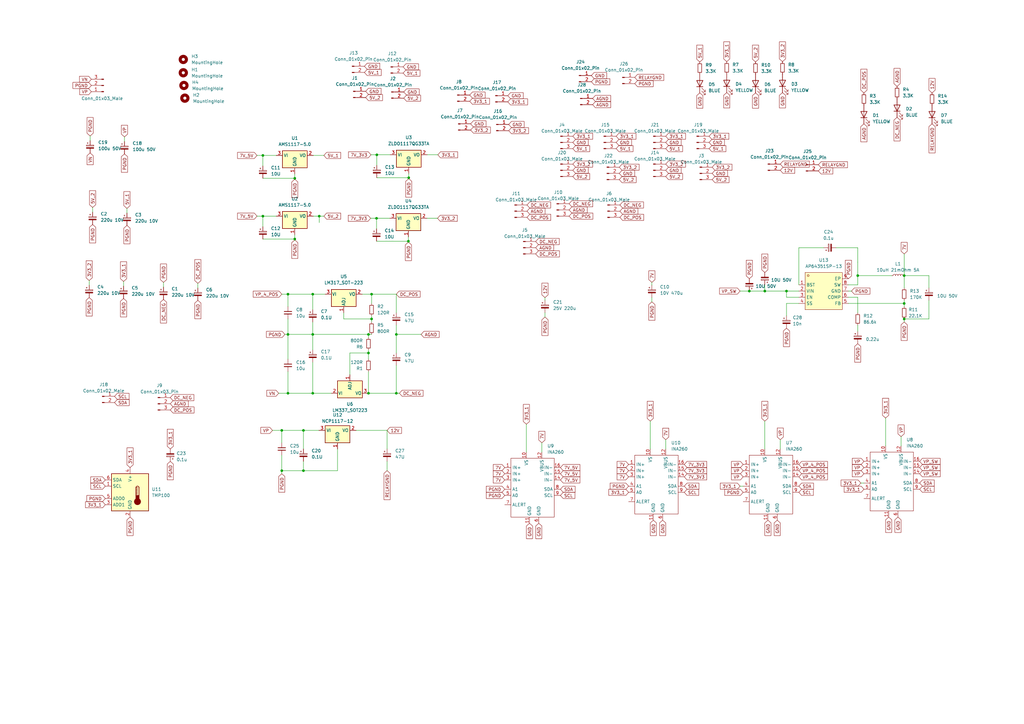
<source format=kicad_sch>
(kicad_sch (version 20231120) (generator "eeschema") (generator_version "8.0")
  (paper "A3")
  (junction (at 313.69 119.38))
  (junction (at 370.84 130.81))
  (junction (at 118.11 161.29))
  (junction (at 152.4 130.81))
  (junction (at 370.84 113.03))
  (junction (at 151.13 144.78))
  (junction (at 154.559 63.5))
  (junction (at 115.57 176.53))
  (junction (at 152.4 120.65))
  (junction (at 370.84 124.46))
  (junction (at 130.937 88.646))
  (junction (at 151.13 137.16))
  (junction (at 128.27 120.65))
  (junction (at 154.432 89.535))
  (junction (at 351.79 113.03))
  (junction (at 162.56 137.16))
  (junction (at 167.513 98.933))
  (junction (at 128.27 161.29))
  (junction (at 124.46 176.53))
  (junction (at 107.823 88.646))
  (junction (at 167.64 72.898))
  (junction (at 118.11 120.65))
  (junction (at 151.13 161.29))
  (junction (at 162.56 161.29))
  (junction (at 322.58 119.38))
  (junction (at 115.57 193.04))
  (junction (at 128.27 137.16))
  (junction (at 307.34 119.38))
  (junction (at 124.46 193.04))
  (junction (at 120.904 98.044))
  (junction (at 118.11 137.16))
  (junction (at 120.904 73.152))
  (junction (at 107.823 63.754))
  (wire (pts (xy 107.823 88.646) (xy 113.284 88.646)))
  (wire (pts (xy 175.133 89.535) (xy 179.451 89.535)))
  (wire (pts (xy 130.937 88.646) (xy 128.524 88.646)))
  (wire (pts (xy 322.58 119.38) (xy 327.66 119.38)))
  (wire (pts (xy 124.46 176.53) (xy 130.81 176.53)))
  (wire (pts (xy 118.11 137.16) (xy 128.27 137.16)))
  (wire (pts (xy 347.98 116.84) (xy 351.79 116.84)))
  (wire (pts (xy 118.11 147.32) (xy 118.11 137.16)))
  (wire (pts (xy 36.576 115.062) (xy 36.576 116.967)))
  (wire (pts (xy 124.46 184.15) (xy 124.46 176.53)))
  (wire (pts (xy 152.4 130.81) (xy 152.4 132.08)))
  (wire (pts (xy 152.4 129.54) (xy 152.4 130.81)))
  (wire (pts (xy 118.11 161.29) (xy 128.27 161.29)))
  (wire (pts (xy 351.8216 107.5565) (xy 351.8216 101.6)))
  (wire (pts (xy 167.513 99.314) (xy 167.513 98.933)))
  (wire (pts (xy 370.84 132.08) (xy 370.84 130.81)))
  (wire (pts (xy 120.904 73.533) (xy 120.904 73.152)))
  (wire (pts (xy 138.43 184.15) (xy 138.43 193.04)))
  (wire (pts (xy 146.05 176.53) (xy 158.75 176.53)))
  (wire (pts (xy 351.79 113.03) (xy 365.76 113.03)))
  (wire (pts (xy 351.79 133.35) (xy 351.79 135.89)))
  (wire (pts (xy 167.513 98.933) (xy 167.513 97.155)))
  (wire (pts (xy 107.823 63.754) (xy 113.284 63.754)))
  (wire (pts (xy 36.957 55.753) (xy 36.957 57.658)))
  (wire (pts (xy 37.973 85.09) (xy 37.973 86.995)))
  (wire (pts (xy 115.57 193.04) (xy 124.46 193.04)))
  (wire (pts (xy 158.75 189.23) (xy 158.75 193.04)))
  (wire (pts (xy 313.69 119.38) (xy 322.58 119.38)))
  (wire (pts (xy 154.432 98.933) (xy 167.513 98.933)))
  (wire (pts (xy 107.823 98.044) (xy 120.904 98.044)))
  (wire (pts (xy 175.26 63.5) (xy 179.578 63.5)))
  (wire (pts (xy 162.56 161.29) (xy 163.83 161.29)))
  (wire (pts (xy 120.904 73.152) (xy 120.904 71.374)))
  (wire (pts (xy 154.559 72.898) (xy 167.64 72.898)))
  (wire (pts (xy 347.98 124.46) (xy 370.84 124.46)))
  (wire (pts (xy 67.056 115.824) (xy 67.056 117.729)))
  (wire (pts (xy 111.76 176.53) (xy 115.57 176.53)))
  (wire (pts (xy 162.56 161.29) (xy 162.56 149.86)))
  (wire (pts (xy 351.79 107.5565) (xy 351.8216 107.5565)))
  (wire (pts (xy 120.904 98.044) (xy 120.904 96.266)))
  (wire (pts (xy 151.13 152.4) (xy 151.13 161.29)))
  (wire (pts (xy 152.019 89.535) (xy 154.432 89.535)))
  (wire (pts (xy 267.3655 115.8059) (xy 267.3655 116.9489)))
  (wire (pts (xy 116.84 137.16) (xy 118.11 137.16)))
  (wire (pts (xy 154.559 63.5) (xy 160.02 63.5)))
  (wire (pts (xy 128.27 161.29) (xy 135.89 161.29)))
  (wire (pts (xy 162.56 128.27) (xy 162.56 120.65)))
  (wire (pts (xy 215.9 173.99) (xy 215.9 185.42)))
  (wire (pts (xy 266.7 172.72) (xy 266.7 184.15)))
  (wire (pts (xy 140.97 128.27) (xy 140.97 130.81)))
  (wire (pts (xy 128.27 120.65) (xy 133.35 120.65)))
  (wire (pts (xy 118.11 152.4) (xy 118.11 161.29)))
  (wire (pts (xy 369.57 179.07) (xy 369.57 182.88)))
  (wire (pts (xy 118.11 130.81) (xy 118.11 137.16)))
  (wire (pts (xy 322.58 129.54) (xy 322.58 124.46)))
  (wire (pts (xy 143.51 144.78) (xy 151.13 144.78)))
  (wire (pts (xy 107.823 68.072) (xy 107.823 63.754)))
  (wire (pts (xy 128.27 127) (xy 128.27 120.65)))
  (wire (pts (xy 353.06 198.12) (xy 354.33 198.12)))
  (wire (pts (xy 162.56 133.35) (xy 162.56 137.16)))
  (wire (pts (xy 132.842 88.646) (xy 130.937 88.646)))
  (wire (pts (xy 347.98 119.38) (xy 349.25 119.38)))
  (wire (pts (xy 143.51 153.67) (xy 143.51 144.78)))
  (wire (pts (xy 128.27 137.16) (xy 128.27 132.08)))
  (wire (pts (xy 158.75 184.15) (xy 158.75 176.53)))
  (wire (pts (xy 152.4 120.65) (xy 152.4 124.46)))
  (wire (pts (xy 81.153 116.205) (xy 81.153 118.11)))
  (wire (pts (xy 327.66 101.6) (xy 337.82 101.6)))
  (wire (pts (xy 107.823 92.964) (xy 107.823 88.646)))
  (wire (pts (xy 105.41 88.646) (xy 107.823 88.646)))
  (wire (pts (xy 128.27 148.59) (xy 128.27 161.29)))
  (wire (pts (xy 152.4 120.65) (xy 162.56 120.65)))
  (wire (pts (xy 50.673 115.443) (xy 50.673 117.348)))
  (wire (pts (xy 370.84 125.73) (xy 370.84 124.46)))
  (wire (pts (xy 115.57 176.53) (xy 124.46 176.53)))
  (wire (pts (xy 151.13 147.32) (xy 151.13 144.78)))
  (wire (pts (xy 370.84 104.14) (xy 370.84 113.03)))
  (wire (pts (xy 370.84 113.03) (xy 370.84 118.11)))
  (wire (pts (xy 322.58 124.46) (xy 327.66 124.46)))
  (wire (pts (xy 307.34 119.38) (xy 313.69 119.38)))
  (wire (pts (xy 222.25 181.61) (xy 222.25 185.42)))
  (wire (pts (xy 151.13 161.29) (xy 162.56 161.29)))
  (wire (pts (xy 327.66 121.92) (xy 322.58 121.92)))
  (wire (pts (xy 154.432 93.853) (xy 154.432 89.535)))
  (wire (pts (xy 303.53 199.39) (xy 304.8 199.39)))
  (wire (pts (xy 320.04 180.34) (xy 320.04 184.15)))
  (wire (pts (xy 347.98 121.92) (xy 351.79 121.92)))
  (wire (pts (xy 151.13 144.78) (xy 151.13 143.51)))
  (wire (pts (xy 115.57 120.65) (xy 118.11 120.65)))
  (wire (pts (xy 381 130.81) (xy 370.84 130.81)))
  (wire (pts (xy 148.59 120.65) (xy 152.4 120.65)))
  (wire (pts (xy 273.05 180.34) (xy 273.05 184.15)))
  (wire (pts (xy 370.84 124.46) (xy 370.84 123.19)))
  (wire (pts (xy 115.57 181.61) (xy 115.57 176.53)))
  (wire (pts (xy 223.52 130.048) (xy 223.52 128.27)))
  (wire (pts (xy 124.46 193.04) (xy 124.46 189.23)))
  (wire (pts (xy 107.823 73.152) (xy 120.904 73.152)))
  (wire (pts (xy 363.22 171.45) (xy 363.22 182.88)))
  (wire (pts (xy 351.79 116.84) (xy 351.79 113.03)))
  (wire (pts (xy 105.41 63.754) (xy 107.823 63.754)))
  (wire (pts (xy 162.56 144.78) (xy 162.56 137.16)))
  (wire (pts (xy 327.66 101.6) (xy 327.66 116.84)))
  (wire (pts (xy 267.3655 123.8069) (xy 267.3655 122.0289)))
  (wire (pts (xy 124.46 193.04) (xy 138.43 193.04)))
  (wire (pts (xy 118.11 125.73) (xy 118.11 120.65)))
  (wire (pts (xy 223.52 122.047) (xy 223.52 123.19)))
  (wire (pts (xy 351.8216 101.6) (xy 342.9 101.6)))
  (wire (pts (xy 118.11 120.65) (xy 128.27 120.65)))
  (wire (pts (xy 151.13 137.16) (xy 152.4 137.16)))
  (wire (pts (xy 322.58 119.38) (xy 322.58 121.92)))
  (wire (pts (xy 140.97 130.81) (xy 152.4 130.81)))
  (wire (pts (xy 152.146 63.5) (xy 154.559 63.5)))
  (wire (pts (xy 351.79 121.92) (xy 351.79 128.27)))
  (wire (pts (xy 120.904 98.425) (xy 120.904 98.044)))
  (wire (pts (xy 167.64 73.279) (xy 167.64 72.898)))
  (wire (pts (xy 154.559 67.818) (xy 154.559 63.5)))
  (wire (pts (xy 351.79 113.03) (xy 351.79 107.5565)))
  (wire (pts (xy 381 113.03) (xy 381 118.11)))
  (wire (pts (xy 128.524 63.754) (xy 132.842 63.754)))
  (wire (pts (xy 303.53 119.38) (xy 307.34 119.38)))
  (wire (pts (xy 151.13 137.16) (xy 151.13 138.43)))
  (wire (pts (xy 115.57 193.04) (xy 115.57 194.31)))
  (wire (pts (xy 313.69 172.72) (xy 313.69 184.15)))
  (wire (pts (xy 130.937 91.313) (xy 130.937 88.646)))
  (wire (pts (xy 115.57 186.69) (xy 115.57 193.04)))
  (wire (pts (xy 128.27 143.51) (xy 128.27 137.16)))
  (wire (pts (xy 51.054 56.134) (xy 51.054 58.039)))
  (wire (pts (xy 167.64 72.898) (xy 167.64 71.12)))
  (wire (pts (xy 128.27 137.16) (xy 151.13 137.16)))
  (wire (pts (xy 114.3 161.29) (xy 118.11 161.29)))
  (wire (pts (xy 313.69 116.84) (xy 313.69 119.38)))
  (wire (pts (xy 381 123.19) (xy 381 130.81)))
  (wire (pts (xy 370.84 113.03) (xy 381 113.03)))
  (wire (pts (xy 172.72 137.16) (xy 162.56 137.16)))
  (wire (pts (xy 52.07 85.471) (xy 52.07 87.376)))
  (wire (pts (xy 154.432 89.535) (xy 159.893 89.535)))
  (global_label "3V3_1" (shape input) (at 353.06 198.12 180) (property "Intersheetrefs" "${INTERSHEET_REFS}" (effects (hide yes))))
  (global_label "5V_2" (shape input) (at 273.05 72.39 0) (property "Intersheetrefs" "${INTERSHEET_REFS}" (effects (hide yes))))
  (global_label "PGND" (shape input) (at 207.01 203.2 180) (property "Intersheetrefs" "${INTERSHEET_REFS}" (effects (hide yes))))
  (global_label "GND" (shape input) (at 298.069 37.973 270) (property "Intersheetrefs" "${INTERSHEET_REFS}" (effects (hide yes))))
  (global_label "GND" (shape input) (at 273.05 58.42 0) (property "Intersheetrefs" "${INTERSHEET_REFS}" (effects (hide yes))))
  (global_label "VP" (shape input) (at 354.33 189.23 180) (property "Intersheetrefs" "${INTERSHEET_REFS}" (effects (hide yes))))
  (global_label "7V_5V" (shape input) (at 105.41 63.754 180) (property "Intersheetrefs" "${INTERSHEET_REFS}" (effects (hide yes))))
  (global_label "SDA" (shape input) (at 280.67 199.39 0) (property "Intersheetrefs" "${INTERSHEET_REFS}" (effects (hide yes))))
  (global_label "SCL" (shape input) (at 46.99 162.56 0) (property "Intersheetrefs" "${INTERSHEET_REFS}" (effects (hide yes))))
  (global_label "DC_NEG" (shape input) (at 254.254 84.074 0) (property "Intersheetrefs" "${INTERSHEET_REFS}" (effects (hide yes))))
  (global_label "AGND" (shape input) (at 233.426 86.106 0) (property "Intersheetrefs" "${INTERSHEET_REFS}" (effects (hide yes))))
  (global_label "GND" (shape input) (at 242.57 30.988 0) (property "Intersheetrefs" "${INTERSHEET_REFS}" (effects (hide yes))))
  (global_label "5V_2" (shape input) (at 165.608 40.259 0) (property "Intersheetrefs" "${INTERSHEET_REFS}" (effects (hide yes))))
  (global_label "GND" (shape input) (at 273.05 69.85 0) (property "Intersheetrefs" "${INTERSHEET_REFS}" (effects (hide yes))))
  (global_label "SDA" (shape input) (at 377.19 198.12 0) (property "Intersheetrefs" "${INTERSHEET_REFS}" (effects (hide yes))))
  (global_label "PGND" (shape input) (at 36.576 122.047 270) (property "Intersheetrefs" "${INTERSHEET_REFS}" (effects (hide yes))))
  (global_label "VP" (shape input) (at 37.465 37.592 180) (property "Intersheetrefs" "${INTERSHEET_REFS}" (effects (hide yes))))
  (global_label "GND" (shape input) (at 165.608 37.719 0) (property "Intersheetrefs" "${INTERSHEET_REFS}" (effects (hide yes))))
  (global_label "DC_NEG" (shape input) (at 219.71 99.06 0) (property "Intersheetrefs" "${INTERSHEET_REFS}" (effects (hide yes))))
  (global_label "3V3_2" (shape input) (at 234.95 67.31 0) (property "Intersheetrefs" "${INTERSHEET_REFS}" (effects (hide yes))))
  (global_label "VN" (shape input) (at 114.3 161.29 180) (property "Intersheetrefs" "${INTERSHEET_REFS}" (effects (hide yes))))
  (global_label "GND" (shape input) (at 252.73 58.42 0) (property "Intersheetrefs" "${INTERSHEET_REFS}" (effects (hide yes))))
  (global_label "VP_SW" (shape input) (at 377.19 194.31 0) (property "Intersheetrefs" "${INTERSHEET_REFS}" (effects (hide yes))))
  (global_label "GND" (shape input) (at 165.354 27.432 0) (property "Intersheetrefs" "${INTERSHEET_REFS}" (effects (hide yes))))
  (global_label "3V3_1" (shape input) (at 234.95 55.88 0) (property "Intersheetrefs" "${INTERSHEET_REFS}" (effects (hide yes))))
  (global_label "3V3_2" (shape input) (at 193.04 53.34 0) (property "Intersheetrefs" "${INTERSHEET_REFS}" (effects (hide yes))))
  (global_label "RELAYGND" (shape input) (at 382.27 50.8 270) (property "Intersheetrefs" "${INTERSHEET_REFS}" (effects (hide yes))))
  (global_label "GND" (shape input) (at 271.78 213.36 270) (property "Intersheetrefs" "${INTERSHEET_REFS}" (effects (hide yes))))
  (global_label "3V3_2" (shape input) (at 254 68.58 0) (property "Intersheetrefs" "${INTERSHEET_REFS}" (effects (hide yes))))
  (global_label "GND" (shape input) (at 318.77 213.36 270) (property "Intersheetrefs" "${INTERSHEET_REFS}" (effects (hide yes))))
  (global_label "7V_5V" (shape input) (at 229.87 191.77 0) (property "Intersheetrefs" "${INTERSHEET_REFS}" (effects (hide yes))))
  (global_label "VP_4_POS" (shape input) (at 115.57 120.65 180) (property "Intersheetrefs" "${INTERSHEET_REFS}" (effects (hide yes))))
  (global_label "AGND" (shape input) (at 219.71 101.6 0) (property "Intersheetrefs" "${INTERSHEET_REFS}" (effects (hide yes))))
  (global_label "PGND" (shape input) (at 167.64 73.279 270) (property "Intersheetrefs" "${INTERSHEET_REFS}" (effects (hide yes))))
  (global_label "PGND" (shape input) (at 50.673 122.428 270) (property "Intersheetrefs" "${INTERSHEET_REFS}" (effects (hide yes))))
  (global_label "PGND" (shape input) (at 69.85 189.23 270) (property "Intersheetrefs" "${INTERSHEET_REFS}" (effects (hide yes))))
  (global_label "3V3_2" (shape input) (at 36.576 115.062 90) (property "Intersheetrefs" "${INTERSHEET_REFS}" (effects (hide yes))))
  (global_label "AGND" (shape input) (at 172.72 137.16 0) (property "Intersheetrefs" "${INTERSHEET_REFS}" (effects (hide yes))))
  (global_label "SDA" (shape input) (at 327.66 199.39 0) (property "Intersheetrefs" "${INTERSHEET_REFS}" (effects (hide yes))))
  (global_label "5V_1" (shape input) (at 165.354 29.972 0) (property "Intersheetrefs" "${INTERSHEET_REFS}" (effects (hide yes))))
  (global_label "RELAYGND" (shape input) (at 320.04 67.31 0) (property "Intersheetrefs" "${INTERSHEET_REFS}" (effects (hide yes))))
  (global_label "VP" (shape input) (at 320.04 180.34 90) (property "Intersheetrefs" "${INTERSHEET_REFS}" (effects (hide yes))))
  (global_label "GND" (shape input) (at 314.96 213.36 270) (property "Intersheetrefs" "${INTERSHEET_REFS}" (effects (hide yes))))
  (global_label "DC_NEG" (shape input) (at 233.426 83.566 0) (property "Intersheetrefs" "${INTERSHEET_REFS}" (effects (hide yes))))
  (global_label "GND" (shape input) (at 192.659 38.989 0) (property "Intersheetrefs" "${INTERSHEET_REFS}" (effects (hide yes))))
  (global_label "3V3_1" (shape input) (at 257.81 201.93 180) (property "Intersheetrefs" "${INTERSHEET_REFS}" (effects (hide yes))))
  (global_label "7V" (shape input) (at 273.05 180.34 90) (property "Intersheetrefs" "${INTERSHEET_REFS}" (effects (hide yes))))
  (global_label "3V3_1" (shape input) (at 298.069 25.273 90) (property "Intersheetrefs" "${INTERSHEET_REFS}" (effects (hide yes))))
  (global_label "5V_2" (shape input) (at 254 73.66 0) (property "Intersheetrefs" "${INTERSHEET_REFS}" (effects (hide yes))))
  (global_label "SDA" (shape input) (at 229.87 200.66 0) (property "Intersheetrefs" "${INTERSHEET_REFS}" (effects (hide yes))))
  (global_label "5V_1" (shape input) (at 252.73 60.96 0) (property "Intersheetrefs" "${INTERSHEET_REFS}" (effects (hide yes))))
  (global_label "GND" (shape input) (at 234.95 58.42 0) (property "Intersheetrefs" "${INTERSHEET_REFS}" (effects (hide yes))))
  (global_label "PGND" (shape input) (at 313.69 111.76 90) (property "Intersheetrefs" "${INTERSHEET_REFS}" (effects (hide yes))))
  (global_label "SDA" (shape input) (at 43.18 196.85 180) (property "Intersheetrefs" "${INTERSHEET_REFS}" (effects (hide yes))))
  (global_label "AGND" (shape input) (at 243.078 42.926 0) (property "Intersheetrefs" "${INTERSHEET_REFS}" (effects (hide yes))))
  (global_label "AGND" (shape input) (at 243.078 40.386 0) (property "Intersheetrefs" "${INTERSHEET_REFS}" (effects (hide yes))))
  (global_label "GND" (shape input) (at 368.3 212.09 270) (property "Intersheetrefs" "${INTERSHEET_REFS}" (effects (hide yes))))
  (global_label "DC_POS" (shape input) (at 254.254 89.154 0) (property "Intersheetrefs" "${INTERSHEET_REFS}" (effects (hide yes))))
  (global_label "7V_3V3" (shape input) (at 280.67 190.5 0) (property "Intersheetrefs" "${INTERSHEET_REFS}" (effects (hide yes))))
  (global_label "12V" (shape input) (at 382.27 38.1 90) (property "Intersheetrefs" "${INTERSHEET_REFS}" (effects (hide yes))))
  (global_label "VN" (shape input) (at 36.957 62.738 270) (property "Intersheetrefs" "${INTERSHEET_REFS}" (effects (hide yes))))
  (global_label "PGND" (shape input) (at 43.18 204.47 180) (property "Intersheetrefs" "${INTERSHEET_REFS}" (effects (hide yes))))
  (global_label "12V" (shape input) (at 320.04 69.85 0) (property "Intersheetrefs" "${INTERSHEET_REFS}" (effects (hide yes))))
  (global_label "VP_4_POS" (shape input) (at 327.66 195.58 0) (property "Intersheetrefs" "${INTERSHEET_REFS}" (effects (hide yes))))
  (global_label "7V_3V3" (shape input) (at 280.67 195.58 0) (property "Intersheetrefs" "${INTERSHEET_REFS}" (effects (hide yes))))
  (global_label "7V" (shape input) (at 207.01 191.77 180) (property "Intersheetrefs" "${INTERSHEET_REFS}" (effects (hide yes))))
  (global_label "GND" (shape input) (at 292.1 71.12 0) (property "Intersheetrefs" "${INTERSHEET_REFS}" (effects (hide yes))))
  (global_label "3V3_2" (shape input) (at 179.451 89.535 0) (property "Intersheetrefs" "${INTERSHEET_REFS}" (effects (hide yes))))
  (global_label "VP" (shape input) (at 354.33 191.77 180) (property "Intersheetrefs" "${INTERSHEET_REFS}" (effects (hide yes))))
  (global_label "PGND" (shape input) (at 167.513 99.314 270) (property "Intersheetrefs" "${INTERSHEET_REFS}" (effects (hide yes))))
  (global_label "VP_4_POS" (shape input) (at 327.66 193.04 0) (property "Intersheetrefs" "${INTERSHEET_REFS}" (effects (hide yes))))
  (global_label "3V3_1" (shape input) (at 215.9 173.99 90) (property "Intersheetrefs" "${INTERSHEET_REFS}" (effects (hide yes))))
  (global_label "VP_SW" (shape input) (at 303.53 119.38 180) (property "Intersheetrefs" "${INTERSHEET_REFS}" (effects (hide yes))))
  (global_label "5V_1" (shape input) (at 287.02 25.4 90) (property "Intersheetrefs" "${INTERSHEET_REFS}" (effects (hide yes))))
  (global_label "3V3_2" (shape input) (at 292.1 68.58 0) (property "Intersheetrefs" "${INTERSHEET_REFS}" (effects (hide yes))))
  (global_label "VP" (shape input) (at 304.8 193.04 180) (property "Intersheetrefs" "${INTERSHEET_REFS}" (effects (hide yes))))
  (global_label "DC_POS" (shape input) (at 81.153 116.205 90) (property "Intersheetrefs" "${INTERSHEET_REFS}" (effects (hide yes))))
  (global_label "DC_POS" (shape input) (at 354.33 38.1 90) (property "Intersheetrefs" "${INTERSHEET_REFS}" (effects (hide yes))))
  (global_label "PGND" (shape input) (at 52.07 92.456 270) (property "Intersheetrefs" "${INTERSHEET_REFS}" (effects (hide yes))))
  (global_label "DC_NEG" (shape input) (at 69.85 163.068 0) (property "Intersheetrefs" "${INTERSHEET_REFS}" (effects (hide yes))))
  (global_label "5V_1" (shape input) (at 234.95 60.96 0) (property "Intersheetrefs" "${INTERSHEET_REFS}" (effects (hide yes))))
  (global_label "PGND" (shape input) (at 267.3655 123.8069 270) (property "Intersheetrefs" "${INTERSHEET_REFS}" (effects (hide yes))))
  (global_label "PGND" (shape input) (at 53.34 212.09 270) (property "Intersheetrefs" "${INTERSHEET_REFS}" (effects (hide yes))))
  (global_label "7V" (shape input) (at 257.81 190.5 180) (property "Intersheetrefs" "${INTERSHEET_REFS}" (effects (hide yes))))
  (global_label "GND" (shape input) (at 208.661 51.054 0) (property "Intersheetrefs" "${INTERSHEET_REFS}" (effects (hide yes))))
  (global_label "GND" (shape input) (at 287.02 38.1 270) (property "Intersheetrefs" "${INTERSHEET_REFS}" (effects (hide yes))))
  (global_label "RELAYGND" (shape input) (at 260.35 31.75 0) (property "Intersheetrefs" "${INTERSHEET_REFS}" (effects (hide yes))))
  (global_label "7V" (shape input) (at 257.81 193.04 180) (property "Intersheetrefs" "${INTERSHEET_REFS}" (effects (hide yes))))
  (global_label "AGND" (shape input) (at 69.85 165.608 0) (property "Intersheetrefs" "${INTERSHEET_REFS}" (effects (hide yes))))
  (global_label "5V_2" (shape input) (at 309.88 25.4 90) (property "Intersheetrefs" "${INTERSHEET_REFS}" (effects (hide yes))))
  (global_label "5V_2" (shape input) (at 37.973 85.09 90) (property "Intersheetrefs" "${INTERSHEET_REFS}" (effects (hide yes))))
  (global_label "DC_POS" (shape input) (at 216.154 89.154 0) (property "Intersheetrefs" "${INTERSHEET_REFS}" (effects (hide yes))))
  (global_label "AGND" (shape input) (at 216.154 86.614 0) (property "Intersheetrefs" "${INTERSHEET_REFS}" (effects (hide yes))))
  (global_label "5V_1" (shape input) (at 290.83 60.96 0) (property "Intersheetrefs" "${INTERSHEET_REFS}" (effects (hide yes))))
  (global_label "7V" (shape input) (at 257.81 195.58 180) (property "Intersheetrefs" "${INTERSHEET_REFS}" (effects (hide yes))))
  (global_label "12V" (shape input) (at 158.75 176.53 0) (property "Intersheetrefs" "${INTERSHEET_REFS}" (effects (hide yes))))
  (global_label "12V" (shape input) (at 335.661 70.104 0) (property "Intersheetrefs" "${INTERSHEET_REFS}" (effects (hide yes))))
  (global_label "PGND" (shape input) (at 67.056 115.824 90) (property "Intersheetrefs" "${INTERSHEET_REFS}" (effects (hide yes))))
  (global_label "GND" (shape input) (at 217.17 214.63 270) (property "Intersheetrefs" "${INTERSHEET_REFS}" (effects (hide yes))))
  (global_label "5V_2" (shape input) (at 234.95 72.39 0) (property "Intersheetrefs" "${INTERSHEET_REFS}" (effects (hide yes))))
  (global_label "GND" (shape input) (at 149.479 27.178 0) (property "Intersheetrefs" "${INTERSHEET_REFS}" (effects (hide yes))))
  (global_label "5V_1" (shape input) (at 132.842 63.754 0) (property "Intersheetrefs" "${INTERSHEET_REFS}" (effects (hide yes))))
  (global_label "DC_NEG" (shape input) (at 67.056 122.809 270) (property "Intersheetrefs" "${INTERSHEET_REFS}" (effects (hide yes))))
  (global_label "VN" (shape input) (at 37.465 32.512 180) (property "Intersheetrefs" "${INTERSHEET_REFS}" (effects (hide yes))))
  (global_label "GND" (shape input) (at 320.929 37.973 270) (property "Intersheetrefs" "${INTERSHEET_REFS}" (effects (hide yes))))
  (global_label "3V3_1" (shape input) (at 179.578 63.5 0) (property "Intersheetrefs" "${INTERSHEET_REFS}" (effects (hide yes))))
  (global_label "PGND" (shape input) (at 242.57 33.528 0) (property "Intersheetrefs" "${INTERSHEET_REFS}" (effects (hide yes))))
  (global_label "VP" (shape input) (at 304.8 195.58 180) (property "Intersheetrefs" "${INTERSHEET_REFS}" (effects (hide yes))))
  (global_label "3V3_1" (shape input) (at 69.85 184.15 90) (property "Intersheetrefs" "${INTERSHEET_REFS}" (effects (hide yes))))
  (global_label "PGND" (shape input) (at 304.8 201.93 180) (property "Intersheetrefs" "${INTERSHEET_REFS}" (effects (hide yes))))
  (global_label "3V3_1" (shape input) (at 53.34 191.77 90) (property "Intersheetrefs" "${INTERSHEET_REFS}" (effects (hide yes))))
  (global_label "GND" (shape input) (at 193.04 50.8 0) (property "Intersheetrefs" "${INTERSHEET_REFS}" (effects (hide yes))))
  (global_label "DC_POS" (shape input) (at 219.71 104.14 0) (property "Intersheetrefs" "${INTERSHEET_REFS}" (effects (hide yes))))
  (global_label "5V_2" (shape input) (at 132.842 88.646 0) (property "Intersheetrefs" "${INTERSHEET_REFS}" (effects (hide yes))))
  (global_label "3V3_2" (shape input) (at 208.661 53.594 0) (property "Intersheetrefs" "${INTERSHEET_REFS}" (effects (hide yes))))
  (global_label "PGND" (shape input) (at 260.35 34.29 0) (property "Intersheetrefs" "${INTERSHEET_REFS}" (effects (hide yes))))
  (global_label "GND" (shape input) (at 220.98 214.63 270) (property "Intersheetrefs" "${INTERSHEET_REFS}" (effects (hide yes))))
  (global_label "3V3_1" (shape input) (at 50.673 115.443 90) (property "Intersheetrefs" "${INTERSHEET_REFS}" (effects (hide yes))))
  (global_label "DC_POS" (shape input) (at 233.426 88.646 0) (property "Intersheetrefs" "${INTERSHEET_REFS}" (effects (hide yes))))
  (global_label "PGND" (shape input) (at 223.52 130.048 270) (property "Intersheetrefs" "${INTERSHEET_REFS}" (effects (hide yes))))
  (global_label "DC_NEG" (shape input) (at 216.154 84.074 0) (property "Intersheetrefs" "${INTERSHEET_REFS}" (effects (hide yes))))
  (global_label "DC_POS" (shape input) (at 162.56 120.65 0) (property "Intersheetrefs" "${INTERSHEET_REFS}" (effects (hide yes))))
  (global_label "3V3_1" (shape input) (at 363.22 171.45 90) (property "Intersheetrefs" "${INTERSHEET_REFS}" (effects (hide yes))))
  (global_label "SCL" (shape input) (at 280.67 201.93 0) (property "Intersheetrefs" "${INTERSHEET_REFS}" (effects (hide yes))))
  (global_label "7V_3V3" (shape input) (at 152.019 89.535 180) (property "Intersheetrefs" "${INTERSHEET_REFS}" (effects (hide yes))))
  (global_label "RELAYGND" (shape input) (at 335.661 67.564 0) (property "Intersheetrefs" "${INTERSHEET_REFS}" (effects (hide yes))))
  (global_label "GND" (shape input) (at 254 71.12 0) (property "Intersheetrefs" "${INTERSHEET_REFS}" (effects (hide yes))))
  (global_label "SCL" (shape input) (at 327.66 201.93 0) (property "Intersheetrefs" "${INTERSHEET_REFS}" (effects (hide yes))))
  (global_label "7V" (shape input) (at 222.25 181.61 90) (property "Intersheetrefs" "${INTERSHEET_REFS}" (effects (hide yes))))
  (global_label "7V" (shape input) (at 267.3655 115.8059 90) (property "Intersheetrefs" "${INTERSHEET_REFS}" (effects (hide yes))))
  (global_label "SCL" (shape input) (at 229.87 203.2 0) (property "Intersheetrefs" "${INTERSHEET_REFS}" (effects (hide yes))))
  (global_label "7V_5V" (shape input) (at 229.87 196.85 0) (property "Intersheetrefs" "${INTERSHEET_REFS}" (effects (hide yes))))
  (global_label "3V3_1" (shape input) (at 43.18 207.01 180) (property "Intersheetrefs" "${INTERSHEET_REFS}" (effects (hide yes))))
  (global_label "5V_2" (shape input) (at 292.1 73.66 0) (property "Intersheetrefs" "${INTERSHEET_REFS}" (effects (hide yes))))
  (global_label "PGND" (shape input) (at 307.34 114.3 90) (property "Intersheetrefs" "${INTERSHEET_REFS}" (effects (hide yes))))
  (global_label "GND" (shape input) (at 208.28 39.243 0) (property "Intersheetrefs" "${INTERSHEET_REFS}" (effects (hide yes))))
  (global_label "VP" (shape input) (at 51.054 56.134 90) (property "Intersheetrefs" "${INTERSHEET_REFS}" (effects (hide yes))))
  (global_label "DC_NEG" (shape input) (at 163.83 161.29 0) (property "Intersheetrefs" "${INTERSHEET_REFS}" (effects (hide yes))))
  (global_label "GND" (shape input) (at 364.49 212.09 270) (property "Intersheetrefs" "${INTERSHEET_REFS}" (effects (hide yes))))
  (global_label "PGND" (shape input) (at 347.98 114.3 90) (property "Intersheetrefs" "${INTERSHEET_REFS}" (effects (hide yes))))
  (global_label "GND" (shape input) (at 309.88 38.1 270) (property "Intersheetrefs" "${INTERSHEET_REFS}" (effects (hide yes))))
  (global_label "DC_NEG" (shape input) (at 367.919 48.133 270) (property "Intersheetrefs" "${INTERSHEET_REFS}" (effects (hide yes))))
  (global_label "AGND" (shape input) (at 367.919 35.433 90) (property "Intersheetrefs" "${INTERSHEET_REFS}" (effects (hide yes))))
  (global_label "SDA" (shape input) (at 46.99 165.1 0) (property "Intersheetrefs" "${INTERSHEET_REFS}" (effects (hide yes))))
  (global_label "VP_SW" (shape input) (at 377.19 191.77 0) (property "Intersheetrefs" "${INTERSHEET_REFS}" (effects (hide yes))))
  (global_label "5V_1" (shape input) (at 149.479 29.718 0) (property "Intersheetrefs" "${INTERSHEET_REFS}" (effects (hide yes))))
  (global_label "PGND" (shape input) (at 37.973 92.075 270) (property "Intersheetrefs" "${INTERSHEET_REFS}" (effects (hide yes))))
  (global_label "VP_SW" (shape input) (at 377.19 189.23 0) (property "Intersheetrefs" "${INTERSHEET_REFS}" (effects (hide yes))))
  (global_label "AGND" (shape input) (at 254.254 86.614 0) (property "Intersheetrefs" "${INTERSHEET_REFS}" (effects (hide yes))))
  (global_label "7V" (shape input) (at 207.01 196.85 180) (property "Intersheetrefs" "${INTERSHEET_REFS}" (effects (hide yes))))
  (global_label "VP" (shape input) (at 369.57 179.07 90) (property "Intersheetrefs" "${INTERSHEET_REFS}" (effects (hide yes))))
  (global_label "PGND" (shape input) (at 349.25 119.38 0) (property "Intersheetrefs" "${INTERSHEET_REFS}" (effects (hide yes))))
  (global_label "7V" (shape input) (at 207.01 194.31 180) (property "Intersheetrefs" "${INTERSHEET_REFS}" (effects (hide yes))))
  (global_label "PGND" (shape input) (at 370.84 132.08 270) (property "Intersheetrefs" "${INTERSHEET_REFS}" (effects (hide yes))))
  (global_label "VP" (shape input) (at 111.76 176.53 180) (property "Intersheetrefs" "${INTERSHEET_REFS}" (effects (hide yes))))
  (global_label "SCL" (shape input) (at 377.19 200.66 0) (property "Intersheetrefs" "${INTERSHEET_REFS}" (effects (hide yes))))
  (global_label "3V3_1" (shape input) (at 354.33 200.66 180) (property "Intersheetrefs" "${INTERSHEET_REFS}" (effects (hide yes))))
  (global_label "PGND" (shape input) (at 36.957 55.753 90) (property "Intersheetrefs" "${INTERSHEET_REFS}" (effects (hide yes))))
  (global_label "PGND" (shape input) (at 120.904 98.425 270) (property "Intersheetrefs" "${INTERSHEET_REFS}" (effects (hide yes))))
  (global_label "5V_1" (shape input) (at 52.07 85.471 90) (property "Intersheetrefs" "${INTERSHEET_REFS}" (effects (hide yes))))
  (global_label "PGND" (shape input) (at 81.153 123.19 270) (property "Intersheetrefs" "${INTERSHEET_REFS}" (effects (hide yes))))
  (global_label "7V_3V3" (shape input) (at 280.67 193.04 0) (property "Intersheetrefs" "${INTERSHEET_REFS}" (effects (hide yes))))
  (global_label "3V3_1" (shape input) (at 290.83 55.88 0) (property "Intersheetrefs" "${INTERSHEET_REFS}" (effects (hide yes))))
  (global_label "VP" (shape input) (at 354.33 194.31 180) (property "Intersheetrefs" "${INTERSHEET_REFS}" (effects (hide yes))))
  (global_label "3V3_1" (shape input) (at 192.659 41.529 0) (property "Intersheetrefs" "${INTERSHEET_REFS}" (effects (hide yes))))
  (global_label "3V3_1" (shape input) (at 273.05 55.88 0) (property "Intersheetrefs" "${INTERSHEET_REFS}" (effects (hide yes))))
  (global_label "7V_5V" (shape input) (at 105.41 88.646 180) (property "Intersheetrefs" "${INTERSHEET_REFS}" (effects (hide yes))))
  (global_label "SCL" (shape input) (at 43.18 199.39 180) (property "Intersheetrefs" "${INTERSHEET_REFS}" (effects (hide yes))))
  (global_label "7V_5V" (shape input) (at 229.87 194.31 0) (property "Intersheetrefs" "${INTERSHEET_REFS}" (effects (hide yes))))
  (global_label "PGND" (shape input) (at 120.904 73.533 270) (property "Intersheetrefs" "${INTERSHEET_REFS}" (effects (hide yes))))
  (global_label "VP" (shape input) (at 304.8 190.5 180) (property "Intersheetrefs" "${INTERSHEET_REFS}" (effects (hide yes))))
  (global_label "VP_4_POS" (shape input) (at 327.66 190.5 0) (property "Intersheetrefs" "${INTERSHEET_REFS}" (effects (hide yes))))
  (global_label "GND" (shape input) (at 267.97 213.36 270) (property "Intersheetrefs" "${INTERSHEET_REFS}" (effects (hide yes))))
  (global_label "PGND" (shape input) (at 37.465 35.052 180) (property "Intersheetrefs" "${INTERSHEET_REFS}" (effects (hide yes))))
  (global_label "5V_1" (shape input) (at 273.05 60.96 0) (property "Intersheetrefs" "${INTERSHEET_REFS}" (effects (hide yes))))
  (global_label "PGND" (shape input) (at 257.81 199.39 180) (property "Intersheetrefs" "${INTERSHEET_REFS}" (effects (hide yes))))
  (global_label "PGND" (shape input) (at 351.79 140.97 270) (property "Intersheetrefs" "${INTERSHEET_REFS}" (effects (hide yes))))
  (global_label "PGND" (shape input) (at 51.054 63.119 270) (property "Intersheetrefs" "${INTERSHEET_REFS}" (effects (hide yes))))
  (global_label "3V3_1" (shape input) (at 208.28 41.783 0) (property "Intersheetrefs" "${INTERSHEET_REFS}" (effects (hide yes))))
  (global_label "3V3_2" (shape input) (at 273.05 67.31 0) (property "Intersheetrefs" "${INTERSHEET_REFS}" (effects (hide yes))))
  (global_label "3V3_2" (shape input) (at 320.929 25.273 90) (property "Intersheetrefs" "${INTERSHEET_REFS}" (effects (hide yes))))
  (global_label "PGND" (shape input) (at 115.57 194.31 270) (property "Intersheetrefs" "${INTERSHEET_REFS}" (effects (hide yes))))
  (global_label "DC_POS" (shape input) (at 69.85 168.148 0) (property "Intersheetrefs" "${INTERSHEET_REFS}" (effects (hide yes))))
  (global_label "PGND" (shape input) (at 322.58 134.62 270) (property "Intersheetrefs" "${INTERSHEET_REFS}" (effects (hide yes))))
  (global_label "3V3_1" (shape input) (at 303.53 199.39 180) (property "Intersheetrefs" "${INTERSHEET_REFS}" (effects (hide yes))))
  (global_label "GND" (shape input) (at 234.95 69.85 0) (property "Intersheetrefs" "${INTERSHEET_REFS}" (effects (hide yes))))
  (global_label "GND" (shape input) (at 290.83 58.42 0) (property "Intersheetrefs" "${INTERSHEET_REFS}" (effects (hide yes))))
  (global_label "RELAYGND" (shape input) (at 158.75 193.04 270) (property "Intersheetrefs" "${INTERSHEET_REFS}" (effects (hide yes))))
  (global_label "PGND" (shape input) (at 116.84 137.16 180) (property "Intersheetrefs" "${INTERSHEET_REFS}" (effects (hide yes))))
  (global_label "3V3_1" (shape input) (at 252.73 55.88 0) (property "Intersheetrefs" "${INTERSHEET_REFS}" (effects (hide yes))))
  (global_label "7V_3V3" (shape input) (at 152.146 63.5 180) (property "Intersheetrefs" "${INTERSHEET_REFS}" (effects (hide yes))))
  (global_label "GND" (shape input) (at 149.987 37.465 0) (property "Intersheetrefs" "${INTERSHEET_REFS}" (effects (hide yes))))
  (global_label "7V" (shape input) (at 370.84 104.14 90) (property "Intersheetrefs" "${INTERSHEET_REFS}" (effects (hide yes))))
  (global_label "5V_2" (shape input) (at 149.987 40.005 0) (property "Intersheetrefs" "${INTERSHEET_REFS}" (effects (hide yes))))
  (global_label "3V3_1" (shape input) (at 266.7 172.72 90) (property "Intersheetrefs" "${INTERSHEET_REFS}" (effects (hide yes))))
  (global_label "AGND" (shape input) (at 354.33 50.8 270) (property "Intersheetrefs" "${INTERSHEET_REFS}" (effects (hide yes))))
  (global_label "3V3_1" (shape input) (at 313.69 172.72 90) (property "Intersheetrefs" "${INTERSHEET_REFS}" (effects (hide yes))))
  (global_label "PGND" (shape input) (at 207.01 200.66 180) (property "Intersheetrefs" "${INTERSHEET_REFS}" (effects (hide yes))))
  (global_label "12V" (shape input) (at 223.52 122.047 90) (property "Intersheetrefs" "${INTERSHEET_REFS}" (effects (hide yes))))
  (symbol (lib_id "Device:C_Polarized_Small") (at 67.056 120.269 0) (unit 1)
    (property "Reference" "C1" (at 70.358 118.4528 0) (effects (justify left)))
    (property "Value" "220u 10V" (at 70.358 120.9928 0) (effects (justify left)))
    (property "Footprint" "Capacitor_THT:CP_Radial_D6.3mm_P2.50mm" (effects (hide yes)))
  )
  (symbol (lib_id "Connector:Conn_01x03_Male") (at 249.174 86.614 0) (unit 1)
    (property "Reference" "J6" (at 249.809 79.375 0))
    (property "Value" "Conn_01x03_Male" (at 249.809 81.915 0))
    (property "Footprint" "Connector_JST:JST_PH_B3B-PH-K_1x03_P2.00mm_Vertical" (effects (hide yes)))
  )
  (symbol (lib_id "Regulator_Linear:LM317_SOT-223") (at 140.97 120.65 0) (unit 1)
    (property "Reference" "U5" (at 140.97 113.411 0))
    (property "Value" "LM317_SOT-223" (at 140.97 115.951 0))
    (property "Footprint" "Package_TO_SOT_SMD:SOT-223-3_TabPin2" (effects (hide yes)))
    (property "Datasheet" "http://www.ti.com/lit/ds/symlink/lm317.pdf" (effects (hide yes)))
    (property "Mouser" "595-LM317DCY" (effects (hide yes)))
  )
  (symbol (lib_id "Device:LED") (at 320.929 34.163 90) (unit 1)
    (property "Reference" "D3" (at 324.485 34.4804 90) (effects (justify right)))
    (property "Value" "YELLOW" (at 324.485 37.0204 90) (effects (justify right)))
    (property "Footprint" "LED_SMD:LED_0805_2012Metric_Pad1.15x1.40mm_HandSolder" (effects (hide yes)))
  )
  (symbol (lib_id "Mechanical:MountingHole") (at 75.184 24.384 0) (unit 1)
    (property "Reference" "H3" (at 78.486 23.1139 0) (effects (justify left)))
    (property "Value" "MountingHole" (at 78.486 25.6539 0) (effects (justify left)))
    (property "Footprint" "MountingHole:MountingHole_3.2mm_M3_DIN965_Pad_TopOnly" (effects (hide yes)))
  )
  (symbol (lib_id "Device:LED") (at 367.919 44.323 90) (unit 1)
    (property "Reference" "D2" (at 371.475 44.6404 90) (effects (justify right)))
    (property "Value" "BLUE" (at 371.475 47.1804 90) (effects (justify right)))
    (property "Footprint" "LED_SMD:LED_0805_2012Metric_Pad1.15x1.40mm_HandSolder" (effects (hide yes)))
  )
  (symbol (lib_id "Connector:Conn_01x02_Pin") (at 255.27 31.75 0) (unit 1)
    (property "Reference" "J26" (at 255.905 26.162 0))
    (property "Value" "Conn_01x02_Pin" (at 255.905 28.702 0))
    (property "Footprint" "Connector_PinHeader_2.54mm:PinHeader_1x02_P2.54mm_Vertical" (effects (hide yes)))
  )
  (symbol (lib_id "Connector:Conn_01x02_Pin") (at 144.907 37.465 0) (unit 1)
    (property "Reference" "J1" (at 145.542 32.004 0))
    (property "Value" "Conn_01x02_Pin" (at 145.542 34.544 0))
    (property "Footprint" "Connector_JST:JST_PH_B2B-PH-K_1x02_P2.00mm_Vertical" (effects (hide yes)))
  )
  (symbol (lib_id "Connector:Conn_01x03_Pin") (at 64.77 165.608 0) (unit 1)
    (property "Reference" "J9" (at 65.405 158.115 0))
    (property "Value" "Conn_01x03_Pin" (at 65.405 160.655 0))
    (property "Footprint" "Connector_PinHeader_2.54mm:PinHeader_1x03_P2.54mm_Vertical" (effects (hide yes)))
  )
  (symbol (lib_id "Device:C_Polarized_Small") (at 81.153 120.65 0) (unit 1)
    (property "Reference" "C6" (at 84.455 118.8338 0) (effects (justify left)))
    (property "Value" "220u 10V" (at 84.455 121.3738 0) (effects (justify left)))
    (property "Footprint" "Capacitor_THT:CP_Radial_D6.3mm_P2.50mm" (effects (hide yes)))
  )
  (symbol (lib_id "Device:L_Small") (at 368.3 113.03 90) (unit 1)
    (property "Reference" "L1" (at 368.3 108.204 90))
    (property "Value" "10uH 21mOhm 5A" (at 368.3 110.744 90))
    (property "Footprint" "Inductor_SMD:L_Vishay_IHLP-4040" (effects (hide yes)))
    (property "Mouser" "704-DR1040-7R0-R" (effects (hide yes)))
  )
  (symbol (lib_id "Connector:Conn_01x02_Pin") (at 203.2 39.243 0) (unit 1)
    (property "Reference" "J17" (at 203.835 33.782 0))
    (property "Value" "Conn_01x02_Pin" (at 203.835 36.322 0))
    (property "Footprint" "Connector_JST:JST_PH_B2B-PH-K_1x02_P2.00mm_Vertical" (effects (hide yes)))
  )
  (symbol (lib_id "Device:C_Polarized_Small") (at 128.27 129.54 0) (unit 1)
    (property "Reference" "C7" (at 131.572 127.7238 0) (effects (justify left)))
    (property "Value" "0.1U" (at 131.572 130.2638 0) (effects (justify left)))
    (property "Footprint" "Capacitor_SMD:C_0603_1608Metric_Pad1.08x0.95mm_HandSolder" (effects (hide yes)))
  )
  (symbol (lib_id "Regulator_Linear:AMS1117-5.0") (at 120.904 63.754 0) (unit 1)
    (property "Reference" "U1" (at 120.904 56.642 0))
    (property "Value" "AMS1117-5.0" (at 120.904 59.182 0))
    (property "Footprint" "Package_TO_SOT_SMD:SOT-223-3_TabPin2" (effects (hide yes)))
    (property "Datasheet" "http://www.advanced-monolithic.com/pdf/ds1117.pdf" (effects (hide yes)))
    (property "Mouser" "926-LM1117MPX5.0NOPB" (effects (hide yes)))
  )
  (symbol (lib_name "INA260_3") (lib_id "Custom:INA260") (at 316.23 219.71 0) (unit 1)
    (property "Reference" "U7" (at 322.2341 181.61 0) (effects (justify left)))
    (property "Value" "INA260" (at 322.2341 184.15 0) (effects (justify left)))
    (property "Footprint" "Package_SO:TSSOP-16_4.4x5mm_P0.65mm" (effects (hide yes)))
  )
  (symbol (lib_id "Connector:Conn_01x03_Male") (at 229.87 69.85 0) (unit 1)
    (property "Reference" "J20" (at 230.505 62.611 0))
    (property "Value" "Conn_01x03_Male" (at 230.505 65.151 0))
    (property "Footprint" "Connector_JST:JST_PH_B3B-PH-K_1x03_P2.00mm_Vertical" (effects (hide yes)))
  )
  (symbol (lib_id "Device:C_Polarized_Small") (at 162.56 130.81 0) (unit 1)
    (property "Reference" "C15" (at 165.862 128.9938 0) (effects (justify left)))
    (property "Value" "47U" (at 165.862 131.5338 0) (effects (justify left)))
    (property "Footprint" "Capacitor_SMD:C_1206_3216Metric_Pad1.33x1.80mm_HandSolder" (effects (hide yes)))
  )
  (symbol (lib_id "Device:C_Polarized_Small") (at 50.673 119.888 0) (unit 1)
    (property "Reference" "C5" (at 53.975 118.0718 0) (effects (justify left)))
    (property "Value" "220u 10V" (at 53.975 120.6118 0) (effects (justify left)))
    (property "Footprint" "Capacitor_THT:CP_Radial_D6.3mm_P2.50mm" (effects (hide yes)))
  )
  (symbol (lib_id "Connector:Conn_01x02_Pin") (at 203.581 51.054 0) (unit 1)
    (property "Reference" "J16" (at 204.216 45.593 0))
    (property "Value" "Conn_01x02_Pin" (at 204.216 48.133 0))
    (property "Footprint" "Connector_JST:JST_PH_B2B-PH-K_1x02_P2.00mm_Vertical" (effects (hide yes)))
  )
  (symbol (lib_id "Device:LED") (at 309.88 34.29 90) (unit 1)
    (property "Reference" "D6" (at 313.436 34.6074 90) (effects (justify right)))
    (property "Value" "BLUE" (at 313.436 37.1474 90) (effects (justify right)))
    (property "Footprint" "LED_SMD:LED_0805_2012Metric_Pad1.15x1.40mm_HandSolder" (effects (hide yes)))
  )
  (symbol (lib_id "Connector:Conn_01x02_Pin") (at 330.581 67.564 0) (unit 1)
    (property "Reference" "J25" (at 331.216 62.103 0))
    (property "Value" "Conn_01x02_Pin" (at 331.216 64.643 0))
    (property "Footprint" "Connector_JST:JST_PH_B2B-PH-K_1x02_P2.00mm_Vertical" (effects (hide yes)))
  )
  (symbol (lib_id "Connector:Conn_01x02_Pin") (at 237.998 40.386 0) (unit 1)
    (property "Reference" "J28" (at 238.633 34.798 0))
    (property "Value" "Conn_01x02_Pin" (at 238.633 37.338 0))
    (property "Footprint" "Connector_JST:JST_PH_B2B-PH-K_1x02_P2.00mm_Vertical" (effects (hide yes)))
  )
  (symbol (lib_id "Device:R_Small") (at 152.4 127 0) (unit 1)
    (property "Reference" "R2" (at 154.686 125.7299 0) (effects (justify left)))
    (property "Value" "120R" (at 154.686 128.2699 0) (effects (justify left)))
    (property "Footprint" "Resistor_SMD:R_0603_1608Metric_Pad0.98x0.95mm_HandSolder" (effects (hide yes)))
  )
  (symbol (lib_id "Device:C_Polarized_Small") (at 267.3655 119.4889 0) (unit 1)
    (property "Reference" "C10" (at 270.6675 117.6727 0) (effects (justify left)))
    (property "Value" "10V 470u" (at 270.6675 120.2127 0) (effects (justify left)))
    (property "Footprint" "Capacitor_THT:CP_Radial_D8.0mm_P3.50mm" (effects (hide yes)))
  )
  (symbol (lib_id "Device:R_Small") (at 309.88 27.94 0) (unit 1)
    (property "Reference" "R10" (at 312.166 26.6699 0) (effects (justify left)))
    (property "Value" "3.3K" (at 312.166 29.2099 0) (effects (justify left)))
    (property "Footprint" "Resistor_SMD:R_0603_1608Metric_Pad0.98x0.95mm_HandSolder" (effects (hide yes)))
  )
  (symbol (lib_id "Device:C_Polarized_Small") (at 128.27 146.05 0) (unit 1)
    (property "Reference" "C17" (at 131.572 144.2338 0) (effects (justify left)))
    (property "Value" "0.1U" (at 131.572 146.7738 0) (effects (justify left)))
    (property "Footprint" "Capacitor_SMD:C_0603_1608Metric_Pad1.08x0.95mm_HandSolder" (effects (hide yes)))
  )
  (symbol (lib_id "Regulator_Linear:LM337_SOT223") (at 143.51 161.29 0) (unit 1)
    (property "Reference" "U6" (at 143.51 165.735 0))
    (property "Value" "LM337_SOT223" (at 143.51 168.275 0))
    (property "Footprint" "Package_TO_SOT_SMD:SOT-223-3_TabPin2" (effects (hide yes)))
    (property "Datasheet" "http://www.ti.com/lit/ds/symlink/lm337-n.pdf" (effects (hide yes)))
    (property "Mouser" "926-LM337IMPX/NOPB" (effects (hide yes)))
  )
  (symbol (lib_name "INA260_2") (lib_id "Custom:INA260") (at 269.24 219.71 0) (unit 1)
    (property "Reference" "U10" (at 275.2441 181.61 0) (effects (justify left)))
    (property "Value" "INA260" (at 275.2441 184.15 0) (effects (justify left)))
    (property "Footprint" "Package_SO:TSSOP-16_4.4x5mm_P0.65mm" (effects (hide yes)))
  )
  (symbol (lib_id "Device:C_Polarized_Small") (at 107.823 95.504 0) (unit 1)
    (property "Reference" "C12" (at 111.125 93.6878 0) (effects (justify left)))
    (property "Value" "10U" (at 111.125 96.2278 0) (effects (justify left)))
    (property "Footprint" "Capacitor_SMD:C_1206_3216Metric_Pad1.33x1.80mm_HandSolder" (effects (hide yes)))
  )
  (symbol (lib_id "Mechanical:MountingHole") (at 75.184 29.845 0) (unit 1)
    (property "Reference" "H1" (at 78.486 28.5749 0) (effects (justify left)))
    (property "Value" "MountingHole" (at 78.486 31.1149 0) (effects (justify left)))
    (property "Footprint" "MountingHole:MountingHole_3.2mm_M3_DIN965_Pad_TopOnly" (effects (hide yes)))
  )
  (symbol (lib_id "Regulator_Linear:AMS1117-5.0") (at 167.513 89.535 0) (unit 1)
    (property "Reference" "U4" (at 167.513 82.423 0))
    (property "Value" "ZLDO1117QG33TA" (at 167.513 84.963 0))
    (property "Footprint" "Package_TO_SOT_SMD:SOT-223-3_TabPin2" (effects (hide yes)))
    (property "Datasheet" "http://www.advanced-monolithic.com/pdf/ds1117.pdf" (effects (hide yes)))
    (property "Mouser" "ZLDO1117QG33TA" (effects (hide yes)))
  )
  (symbol (lib_id "Device:R_Small") (at 151.13 140.97 180) (unit 1)
    (property "Reference" "R6" (at 148.844 142.2401 0) (effects (justify left)))
    (property "Value" "800R" (at 148.844 139.7001 0) (effects (justify left)))
    (property "Footprint" "Resistor_SMD:R_0603_1608Metric_Pad0.98x0.95mm_HandSolder" (effects (hide yes)))
  )
  (symbol (lib_id "Connector:Conn_01x03_Male") (at 267.97 58.42 0) (unit 1)
    (property "Reference" "J21" (at 268.605 51.181 0))
    (property "Value" "Conn_01x03_Male" (at 268.605 53.721 0))
    (property "Footprint" "Connector_JST:JST_PH_B3B-PH-K_1x03_P2.00mm_Vertical" (effects (hide yes)))
  )
  (symbol (lib_id "Device:R_Small") (at 370.84 120.65 0) (unit 1)
    (property "Reference" "R13" (at 373.126 119.3799 0) (effects (justify left)))
    (property "Value" "170K" (at 373.126 121.9199 0) (effects (justify left)))
    (property "Footprint" "Resistor_SMD:R_0603_1608Metric_Pad0.98x0.95mm_HandSolder" (effects (hide yes)))
  )
  (symbol (lib_id "Device:C_Polarized_Small") (at 162.56 147.32 0) (unit 1)
    (property "Reference" "C9" (at 165.862 145.5038 0) (effects (justify left)))
    (property "Value" "47U" (at 165.862 148.0438 0) (effects (justify left)))
    (property "Footprint" "Capacitor_SMD:C_1206_3216Metric_Pad1.33x1.80mm_HandSolder" (effects (hide yes)))
  )
  (symbol (lib_id "Device:R_Small") (at 351.79 130.81 0) (unit 1)
    (property "Reference" "R12" (at 354.076 129.5399 0) (effects (justify left)))
    (property "Value" "86.6k" (at 354.076 132.0799 0) (effects (justify left)))
    (property "Footprint" "Resistor_SMD:R_0603_1608Metric_Pad0.98x0.95mm_HandSolder" (effects (hide yes)))
    (property "Mouser" "71-CRCW0603-86.6K-E3" (effects (hide yes)))
  )
  (symbol (lib_id "Connector:Conn_01x03_Male") (at 211.074 86.614 0) (unit 1)
    (property "Reference" "J11" (at 211.709 79.375 0))
    (property "Value" "Conn_01x03_Male" (at 211.709 81.915 0))
    (property "Footprint" "Connector_JST:JST_PH_B3B-PH-K_1x03_P2.00mm_Vertical" (effects (hide yes)))
  )
  (symbol (lib_id "Connector:Conn_01x03_Male") (at 229.87 58.42 0) (unit 1)
    (property "Reference" "J4" (at 230.505 51.181 0))
    (property "Value" "Conn_01x03_Male" (at 230.505 53.721 0))
    (property "Footprint" "Connector_JST:JST_PH_B3B-PH-K_1x03_P2.00mm_Vertical" (effects (hide yes)))
  )
  (symbol (lib_id "Device:C_Polarized_Small") (at 313.69 114.3 180) (unit 1)
    (property "Reference" "C29" (effects (hide yes)))
    (property "Value" "10U 50V" (at 316.23 114.846 0) (effects (justify right)))
    (property "Footprint" "Capacitor_SMD:C_1206_3216Metric_Pad1.33x1.80mm_HandSolder" (effects (hide yes)))
  )
  (symbol (lib_id "Regulator_Linear:AMS1117-5.0") (at 120.904 88.646 0) (unit 1)
    (property "Reference" "U2" (at 120.904 81.534 0))
    (property "Value" "AMS1117-5.0" (at 120.904 84.074 0))
    (property "Footprint" "Package_TO_SOT_SMD:SOT-223-3_TabPin2" (effects (hide yes)))
    (property "Datasheet" "http://www.advanced-monolithic.com/pdf/ds1117.pdf" (effects (hide yes)))
    (property "Mouser" "926-LM1117MPX5.0NOPB" (effects (hide yes)))
  )
  (symbol (lib_id "Device:C_Polarized_Small") (at 37.973 89.535 0) (unit 1)
    (property "Reference" "C2" (at 41.275 87.7188 0) (effects (justify left)))
    (property "Value" "220u 10V" (at 41.275 90.2588 0) (effects (justify left)))
    (property "Footprint" "Capacitor_THT:CP_Radial_D6.3mm_P2.50mm" (effects (hide yes)))
  )
  (symbol (lib_id "Device:C_Polarized_Small") (at 36.957 60.198 0) (unit 1)
    (property "Reference" "C19" (at 40.259 58.3818 0) (effects (justify left)))
    (property "Value" "100u 50V" (at 40.259 60.9218 0) (effects (justify left)))
    (property "Footprint" "Capacitor_THT:CP_Radial_D8.0mm_P3.50mm" (effects (hide yes)))
  )
  (symbol (lib_id "Connector:Conn_01x02_Male") (at 41.91 162.56 0) (unit 1)
    (property "Reference" "J18" (at 42.545 157.734 0))
    (property "Value" "Conn_01x02_Male" (at 42.545 160.274 0))
    (property "Footprint" "Connector_JST:JST_PH_B2B-PH-K_1x02_P2.00mm_Vertical" (effects (hide yes)))
  )
  (symbol (lib_id "Device:C_Polarized_Small") (at 52.07 89.916 0) (unit 1)
    (property "Reference" "C3" (at 55.372 88.0998 0) (effects (justify left)))
    (property "Value" "220u 10V" (at 55.372 90.6398 0) (effects (justify left)))
    (property "Footprint" "Capacitor_THT:CP_Radial_D6.3mm_P2.50mm" (effects (hide yes)))
  )
  (symbol (lib_id "Device:C_Small") (at 118.11 128.27 0) (unit 1)
    (property "Reference" "C8" (at 121.412 127.0063 0) (effects (justify left)))
    (property "Value" "10u" (at 121.412 129.5463 0) (effects (justify left)))
    (property "Footprint" "Capacitor_SMD:C_1206_3216Metric_Pad1.33x1.80mm_HandSolder" (effects (hide yes)))
  )
  (symbol (lib_id "Device:C_Polarized_Small") (at 107.823 70.612 0) (unit 1)
    (property "Reference" "C11" (at 111.125 68.7958 0) (effects (justify left)))
    (property "Value" "10U" (at 111.125 71.3358 0) (effects (justify left)))
    (property "Footprint" "Capacitor_SMD:C_1206_3216Metric_Pad1.33x1.80mm_HandSolder" (effects (hide yes)))
  )
  (symbol (lib_id "Device:C_Small") (at 115.57 184.15 0) (unit 1)
    (property "Reference" "C25" (at 118.872 182.8863 0) (effects (justify left)))
    (property "Value" "10u" (at 118.872 185.4263 0) (effects (justify left)))
    (property "Footprint" "Capacitor_SMD:C_1206_3216Metric_Pad1.33x1.80mm_HandSolder" (effects (hide yes)))
  )
  (symbol (lib_id "Device:C_Polarized_Small") (at 36.576 119.507 0) (unit 1)
    (property "Reference" "C4" (at 39.878 117.6908 0) (effects (justify left)))
    (property "Value" "220u 10V" (at 39.878 120.2308 0) (effects (justify left)))
    (property "Footprint" "Capacitor_THT:CP_Radial_D6.3mm_P2.50mm" (effects (hide yes)))
  )
  (symbol (lib_id "Connector:Conn_01x03_Male") (at 285.75 58.42 0) (unit 1)
    (property "Reference" "J19" (at 286.385 51.181 0))
    (property "Value" "Conn_01x03_Male" (at 286.385 53.721 0))
    (property "Footprint" "Connector_JST:JST_PH_B3B-PH-K_1x03_P2.00mm_Vertical" (effects (hide yes)))
  )
  (symbol (lib_id "Device:R_Small") (at 151.13 149.86 180) (unit 1)
    (property "Reference" "R1" (at 148.844 151.1301 0) (effects (justify left)))
    (property "Value" "120R" (at 148.844 148.5901 0) (effects (justify left)))
    (property "Footprint" "Resistor_SMD:R_0603_1608Metric_Pad0.98x0.95mm_HandSolder" (effects (hide yes)))
  )
  (symbol (lib_id "Device:C_Polarized_Small") (at 158.75 186.69 0) (unit 1)
    (property "Reference" "C27" (at 162.052 184.8738 0) (effects (justify left)))
    (property "Value" "47U" (at 162.052 187.4138 0) (effects (justify left)))
    (property "Footprint" "Capacitor_SMD:C_1206_3216Metric_Pad1.33x1.80mm_HandSolder" (effects (hide yes)))
  )
  (symbol (lib_id "Connector:Conn_01x03_Male") (at 247.65 58.42 0) (unit 1)
    (property "Reference" "J15" (at 248.285 51.181 0))
    (property "Value" "Conn_01x03_Male" (at 248.285 53.721 0))
    (property "Footprint" "Connector_JST:JST_PH_B3B-PH-K_1x03_P2.00mm_Vertical" (effects (hide yes)))
  )
  (symbol (lib_id "Device:C_Polarized_Small") (at 381 120.65 0) (unit 1)
    (property "Reference" "C22" (effects (hide yes)))
    (property "Value" "10U 50V" (at 384.302 121.3738 0) (effects (justify left)))
    (property "Footprint" "Capacitor_SMD:C_1206_3216Metric_Pad1.33x1.80mm_HandSolder" (effects (hide yes)))
  )
  (symbol (lib_id "Device:C_Polarized_Small") (at 154.559 70.358 0) (unit 1)
    (property "Reference" "C13" (at 157.861 68.5418 0) (effects (justify left)))
    (property "Value" "10U" (at 157.861 71.0818 0) (effects (justify left)))
    (property "Footprint" "Capacitor_SMD:C_1206_3216Metric_Pad1.33x1.80mm_HandSolder" (effects (hide yes)))
  )
  (symbol (lib_id "Connector:Conn_01x02_Pin") (at 237.49 30.988 0) (unit 1)
    (property "Reference" "J24" (at 238.125 25.4 0))
    (property "Value" "Conn_01x02_Pin" (at 238.125 27.94 0))
    (property "Footprint" "Connector_PinHeader_2.54mm:PinHeader_1x02_P2.54mm_Vertical" (effects (hide yes)))
  )
  (symbol (lib_id "Connector:Conn_01x03_Male") (at 42.545 35.052 180) (unit 1)
    (property "Reference" "J27" (effects (hide yes)))
    (property "Value" "Conn_01x03_Male" (at 41.91 40.386 0))
    (property "Footprint" "Connector_JST:JST_VH_B3P-VH_1x03_P3.96mm_Vertical" (effects (hide yes)))
  )
  (symbol (lib_id "Regulator_Linear:NCP1117-12_SOT223") (at 138.43 176.53 0) (unit 1)
    (property "Reference" "U12" (at 138.43 170.18 0))
    (property "Value" "NCP1117-12" (at 138.43 172.72 0))
    (property "Footprint" "Package_TO_SOT_SMD:SOT-223" (effects (hide yes)))
    (property "Datasheet" "http://www.onsemi.com/pub_link/Collateral/NCP1117-D.PDF" (effects (hide yes)))
    (property "Description" "1A Low drop-out regulator, Fixed Output 12V, SOT-223" (effects (hide yes)))
    (property "Mouser" "863-NCP1117ST12T3G" (effects (hide yes)))
  )
  (symbol (lib_id "Device:R_Small") (at 367.919 37.973 0) (unit 1)
    (property "Reference" "R4" (at 370.205 36.7029 0) (effects (justify left)))
    (property "Value" "3.3K" (at 370.205 39.2429 0) (effects (justify left)))
    (property "Footprint" "Resistor_SMD:R_0603_1608Metric_Pad0.98x0.95mm_HandSolder" (effects (hide yes)))
  )
  (symbol (lib_id "Sensor_Temperature:TMP100") (at 53.34 201.93 0) (unit 1)
    (property "Reference" "U11" (at 62.23 200.6599 0) (effects (justify left)))
    (property "Value" "TMP100" (at 62.23 203.1999 0) (effects (justify left)))
    (property "Footprint" "Package_TO_SOT_SMD:SOT-23-6" (effects (hide yes)))
    (property "Datasheet" "http://www.ti.com/lit/gpn/tmp100" (effects (hide yes)))
    (property "Description" "Temperature Sensor with I2C/SMBus Interface, SOT-23-6" (effects (hide yes)))
    (property "Mouser" " 595-TMP100NA/3K " (effects (hide yes)))
  )
  (symbol (lib_id "Device:C_Polarized_Small") (at 351.79 138.43 0) (unit 1)
    (property "Reference" "C26" (effects (hide yes)))
    (property "Value" "0.22u" (at 355.092 139.1538 0) (effects (justify left)))
    (property "Footprint" "Capacitor_SMD:C_0805_2012Metric_Pad1.18x1.45mm_HandSolder" (effects (hide yes)))
  )
  (symbol (lib_id "Device:R_Small") (at 382.27 40.64 0) (unit 1)
    (property "Reference" "R14" (at 384.556 39.3699 0) (effects (justify left)))
    (property "Value" "3.3K" (at 384.556 41.9099 0) (effects (justify left)))
    (property "Footprint" "Resistor_SMD:R_0603_1608Metric_Pad0.98x0.95mm_HandSolder" (effects (hide yes)))
  )
  (symbol (lib_id "Connector:Conn_01x03_Male") (at 214.63 101.6 0) (unit 1)
    (property "Reference" "J5" (at 215.265 94.361 0))
    (property "Value" "Conn_01x03_Male" (at 215.265 96.901 0))
    (property "Footprint" "Connector_JST:JST_PH_B3B-PH-K_1x03_P2.00mm_Vertical" (effects (hide yes)))
  )
  (symbol (lib_id "Connector:Conn_01x02_Pin") (at 314.96 67.31 0) (unit 1)
    (property "Reference" "J23" (at 315.595 61.849 0))
    (property "Value" "Conn_01x02_Pin" (at 315.595 64.389 0))
    (property "Footprint" "Connector_JST:JST_PH_B2B-PH-K_1x02_P2.00mm_Vertical" (effects (hide yes)))
  )
  (symbol (lib_id "Connector:Conn_01x02_Pin") (at 187.579 38.989 0) (unit 1)
    (property "Reference" "J8" (at 188.214 33.528 0))
    (property "Value" "Conn_01x02_Pin" (at 188.214 36.068 0))
    (property "Footprint" "Connector_JST:JST_PH_B2B-PH-K_1x02_P2.00mm_Vertical" (effects (hide yes)))
  )
  (symbol (lib_id "Connector:Conn_01x03_Male") (at 228.346 86.106 0) (unit 1)
    (property "Reference" "J10" (at 228.981 78.867 0))
    (property "Value" "Conn_01x03_Male" (at 228.981 81.407 0))
    (property "Footprint" "Connector_JST:JST_PH_B3B-PH-K_1x03_P2.00mm_Vertical" (effects (hide yes)))
  )
  (symbol (lib_id "Device:C_Polarized_Small") (at 69.85 186.69 180) (unit 1)
    (property "Reference" "C23" (at 72.39 185.966 0) (effects (justify right)))
    (property "Value" "0.1u" (at 72.39 188.506 0) (effects (justify right)))
    (property "Footprint" "Capacitor_SMD:C_0805_2012Metric_Pad1.18x1.45mm_HandSolder" (effects (hide yes)))
  )
  (symbol (lib_id "Device:C_Polarized_Small") (at 223.52 125.73 0) (unit 1)
    (property "Reference" "C21" (at 226.822 123.9138 0) (effects (justify left)))
    (property "Value" "25V 220u" (at 226.822 126.4538 0) (effects (justify left)))
    (property "Footprint" "Capacitor_THT:CP_Radial_D8.0mm_P3.50mm" (effects (hide yes)))
  )
  (symbol (lib_id "Device:LED") (at 298.069 34.163 90) (unit 1)
    (property "Reference" "D4" (at 301.625 34.4804 90) (effects (justify right)))
    (property "Value" "YELLOW" (at 301.625 37.0204 90) (effects (justify right)))
    (property "Footprint" "LED_SMD:LED_0805_2012Metric_Pad1.15x1.40mm_HandSolder" (effects (hide yes)))
  )
  (symbol (lib_id "Device:C_Polarized_Small") (at 124.46 186.69 0) (unit 1)
    (property "Reference" "C20" (at 127.762 184.8738 0) (effects (justify left)))
    (property "Value" "0.1U" (at 127.762 187.4138 0) (effects (justify left)))
    (property "Footprint" "Capacitor_SMD:C_0603_1608Metric_Pad1.08x0.95mm_HandSolder" (effects (hide yes)))
  )
  (symbol (lib_id "Connector:Conn_01x03_Male") (at 287.02 71.12 0) (unit 1)
    (property "Reference" "J3" (at 287.655 63.881 0))
    (property "Value" "Conn_01x03_Male" (at 287.655 66.421 0))
    (property "Footprint" "Connector_JST:JST_PH_B3B-PH-K_1x03_P2.00mm_Vertical" (effects (hide yes)))
  )
  (symbol (lib_id "Device:LED") (at 382.27 46.99 90) (unit 1)
    (property "Reference" "D7" (at 385.826 47.3074 90) (effects (justify right)))
    (property "Value" "BLUE" (at 385.826 49.8474 90) (effects (justify right)))
    (property "Footprint" "LED_SMD:LED_0805_2012Metric_Pad1.15x1.40mm_HandSolder" (effects (hide yes)))
  )
  (symbol (lib_id "Device:R_Small") (at 298.069 27.813 0) (unit 1)
    (property "Reference" "R7" (at 300.355 26.5429 0) (effects (justify left)))
    (property "Value" "3.3K" (at 300.355 29.0829 0) (effects (justify left)))
    (property "Footprint" "Resistor_SMD:R_0603_1608Metric_Pad0.98x0.95mm_HandSolder" (effects (hide yes)))
  )
  (symbol (lib_id "Device:LED") (at 287.02 34.29 90) (unit 1)
    (property "Reference" "D5" (at 290.576 34.6074 90) (effects (justify right)))
    (property "Value" "BLUE" (at 290.576 37.1474 90) (effects (justify right)))
    (property "Footprint" "LED_SMD:LED_0805_2012Metric_Pad1.15x1.40mm_HandSolder" (effects (hide yes)))
  )
  (symbol (lib_id "Connector:Conn_01x02_Pin") (at 160.274 27.432 0) (unit 1)
    (property "Reference" "J12" (at 160.909 21.971 0))
    (property "Value" "Conn_01x02_Pin" (at 160.909 24.511 0))
    (property "Footprint" "Connector_JST:JST_PH_B2B-PH-K_1x02_P2.00mm_Vertical" (effects (hide yes)))
  )
  (symbol (lib_id "Custom:INA260") (at 365.76 218.44 0) (unit 1)
    (property "Reference" "U8" (at 371.7641 180.34 0) (effects (justify left)))
    (property "Value" "INA260" (at 371.7641 182.88 0) (effects (justify left)))
    (property "Footprint" "Package_SO:TSSOP-16_4.4x5mm_P0.65mm" (effects (hide yes)))
  )
  (symbol (lib_id "Connector:Conn_01x03_Male") (at 267.97 69.85 0) (unit 1)
    (property "Reference" "J14" (at 268.605 62.611 0))
    (property "Value" "Conn_01x03_Male" (at 268.605 65.151 0))
    (property "Footprint" "Connector_JST:JST_PH_B3B-PH-K_1x03_P2.00mm_Vertical" (effects (hide yes)))
  )
  (symbol (lib_id "Connector:Conn_01x02_Pin") (at 160.528 37.719 0) (unit 1)
    (property "Reference" "J2" (at 161.163 32.258 0))
    (property "Value" "Conn_01x02_Pin" (at 161.163 34.798 0))
    (property "Footprint" "Connector_JST:JST_PH_B2B-PH-K_1x02_P2.00mm_Vertical" (effects (hide yes)))
  )
  (symbol (lib_id "Mechanical:MountingHole") (at 75.819 40.259 0) (unit 1)
    (property "Reference" "H2" (at 79.121 38.9889 0) (effects (justify left)))
    (property "Value" "MountingHole" (at 79.121 41.5289 0) (effects (justify left)))
    (property "Footprint" "MountingHole:MountingHole_3.2mm_M3_DIN965_Pad_TopOnly" (effects (hide yes)))
  )
  (symbol (lib_id "Device:C_Polarized_Small") (at 340.36 101.6 90) (unit 1)
    (property "Reference" "C24" (at 339.8139 95.123 90))
    (property "Value" "0.1u" (at 339.8139 97.663 90))
    (property "Footprint" "Capacitor_SMD:C_0805_2012Metric_Pad1.18x1.45mm_HandSolder" (effects (hide yes)))
  )
  (symbol (lib_id "Device:C_Polarized_Small") (at 307.34 116.84 180) (unit 1)
    (property "Reference" "C30" (effects (hide yes)))
    (property "Value" "10U 50V" (at 309.88 117.386 0) (effects (justify right)))
    (property "Footprint" "Capacitor_SMD:C_1206_3216Metric_Pad1.33x1.80mm_HandSolder" (effects (hide yes)))
  )
  (symbol (lib_id "Device:R_Small") (at 287.02 27.94 0) (unit 1)
    (property "Reference" "R9" (at 289.306 26.6699 0) (effects (justify left)))
    (property "Value" "3.3K" (at 289.306 29.2099 0) (effects (justify left)))
    (property "Footprint" "Resistor_SMD:R_0603_1608Metric_Pad0.98x0.95mm_HandSolder" (effects (hide yes)))
  )
  (symbol (lib_id "Connector:Conn_01x02_Pin") (at 187.96 50.8 0) (unit 1)
    (property "Reference" "J7" (at 188.595 45.339 0))
    (property "Value" "Conn_01x02_Pin" (at 188.595 47.879 0))
    (property "Footprint" "Connector_JST:JST_PH_B2B-PH-K_1x02_P2.00mm_Vertical" (effects (hide yes)))
  )
  (symbol (lib_id "Connector:Conn_01x03_Male") (at 248.92 71.12 0) (unit 1)
    (property "Reference" "J22" (at 249.555 63.881 0))
    (property "Value" "Conn_01x03_Male" (at 249.555 66.421 0))
    (property "Footprint" "Connector_JST:JST_PH_B3B-PH-K_1x03_P2.00mm_Vertical" (effects (hide yes)))
  )
  (symbol (lib_id "Device:C_Small") (at 118.11 149.86 0) (unit 1)
    (property "Reference" "C16" (at 121.412 148.5963 0) (effects (justify left)))
    (property "Value" "10u" (at 121.412 151.1363 0) (effects (justify left)))
    (property "Footprint" "Capacitor_SMD:C_1206_3216Metric_Pad1.33x1.80mm_HandSolder" (effects (hide yes)))
  )
  (symbol (lib_id "Device:R_Small") (at 354.33 40.64 0) (unit 1)
    (property "Reference" "R3" (at 356.616 39.3699 0) (effects (justify left)))
    (property "Value" "3.3K" (at 356.616 41.9099 0) (effects (justify left)))
    (property "Footprint" "Resistor_SMD:R_0603_1608Metric_Pad0.98x0.95mm_HandSolder" (effects (hide yes)))
  )
  (symbol (lib_id "Connector:Conn_01x02_Pin") (at 144.399 27.178 0) (unit 1)
    (property "Reference" "J13" (at 145.034 21.717 0))
    (property "Value" "Conn_01x02_Pin" (at 145.034 24.257 0))
    (property "Footprint" "Connector_JST:JST_PH_B2B-PH-K_1x02_P2.00mm_Vertical" (effects (hide yes)))
  )
  (symbol (lib_id "Device:R_Small") (at 152.4 134.62 0) (unit 1)
    (property "Reference" "R5" (at 154.686 133.3499 0) (effects (justify left)))
    (property "Value" "800R" (at 154.686 135.8899 0) (effects (justify left)))
    (property "Footprint" "Resistor_SMD:R_0603_1608Metric_Pad0.98x0.95mm_HandSolder" (effects (hide yes)))
  )
  (symbol (lib_id "Device:R_Small") (at 370.84 128.27 0) (unit 1)
    (property "Reference" "R11" (at 372.618 127 0) (effects (justify left)))
    (property "Value" "22.1K" (at 372.618 129.54 0) (effects (justify left)))
    (property "Footprint" "Resistor_SMD:R_0603_1608Metric_Pad0.98x0.95mm_HandSolder" (effects (hide yes)))
    (property "Mouser" "603-RC0603JR-07820KP" (effects (hide yes)))
  )
  (symbol (lib_id "Device:C_Polarized_Small") (at 154.432 96.393 0) (unit 1)
    (property "Reference" "C14" (at 157.734 94.5768 0) (effects (justify left)))
    (property "Value" "10U" (at 157.734 97.1168 0) (effects (justify left)))
    (property "Footprint" "Capacitor_SMD:C_1206_3216Metric_Pad1.33x1.80mm_HandSolder" (effects (hide yes)))
  )
  (symbol (lib_id "easyeda2kicad:AP64351SP-13") (at 337.82 119.38 0) (unit 1)
    (property "Reference" "U13" (at 337.82 106.68 0))
    (property "Value" "AP64351SP-13" (at 337.82 109.22 0))
    (property "Footprint" "easyeda2kicad:SOIC-8_L4.9-W3.9-P1.27-LS6.0-BL-EP" (effects (hide yes)))
    (property "LCSC Part" "C3192339" (effects (hide yes)))
  )
  (symbol (lib_id "Device:LED") (at 354.33 46.99 90) (unit 1)
    (property "Reference" "D1" (at 357.886 47.3074 90) (effects (justify right)))
    (property "Value" "YELLOW" (at 357.886 49.8474 90) (effects (justify right)))
    (property "Footprint" "LED_SMD:LED_0805_2012Metric_Pad1.15x1.40mm_HandSolder" (effects (hide yes)))
  )
  (symbol (lib_name "INA260_1") (lib_id "Custom:INA260") (at 218.44 220.98 0) (unit 1)
    (property "Reference" "U9" (at 224.4441 182.88 0) (effects (justify left)))
    (property "Value" "INA260" (at 224.4441 185.42 0) (effects (justify left)))
    (property "Footprint" "Package_SO:TSSOP-16_4.4x5mm_P0.65mm" (effects (hide yes)))
  )
  (symbol (lib_id "Device:C_Polarized_Small") (at 51.054 60.579 0) (unit 1)
    (property "Reference" "C18" (at 54.356 58.7628 0) (effects (justify left)))
    (property "Value" "100u 50V" (at 54.356 61.3028 0) (effects (justify left)))
    (property "Footprint" "Capacitor_THT:CP_Radial_D8.0mm_P3.50mm" (effects (hide yes)))
  )
  (symbol (lib_id "Mechanical:MountingHole") (at 75.438 35.052 0) (unit 1)
    (property "Reference" "H4" (at 78.74 33.7819 0) (effects (justify left)))
    (property "Value" "MountingHole" (at 78.74 36.3219 0) (effects (justify left)))
    (property "Footprint" "MountingHole:MountingHole_3.2mm_M3_DIN965_Pad_TopOnly" (effects (hide yes)))
  )
  (symbol (lib_id "Device:R_Small") (at 320.929 27.813 0) (unit 1)
    (property "Reference" "R8" (at 323.215 26.5429 0) (effects (justify left)))
    (property "Value" "3.3K" (at 323.215 29.0829 0) (effects (justify left)))
    (property "Footprint" "Resistor_SMD:R_0603_1608Metric_Pad0.98x0.95mm_HandSolder" (effects (hide yes)))
  )
  (symbol (lib_id "Device:C_Polarized_Small") (at 322.58 132.08 0) (unit 1)
    (property "Reference" "C28" (at 325.12 130.2638 0) (effects (justify left)))
    (property "Value" "10n" (at 325.12 132.8038 0) (effects (justify left)))
    (property "Footprint" "Capacitor_SMD:C_0805_2012Metric_Pad1.18x1.45mm_HandSolder" (effects (hide yes)))
  )
  (symbol (lib_id "Regulator_Linear:AMS1117-5.0") (at 167.64 63.5 0) (unit 1)
    (property "Reference" "U3" (at 167.64 56.388 0))
    (property "Value" "ZLDO1117QG33TA" (at 167.64 58.928 0))
    (property "Footprint" "Package_TO_SOT_SMD:SOT-223-3_TabPin2" (effects (hide yes)))
    (property "Datasheet" "http://www.advanced-monolithic.com/pdf/ds1117.pdf" (effects (hide yes)))
    (property "Mouser" "ZLDO1117QG33TA" (effects (hide yes)))
  )
)
</source>
